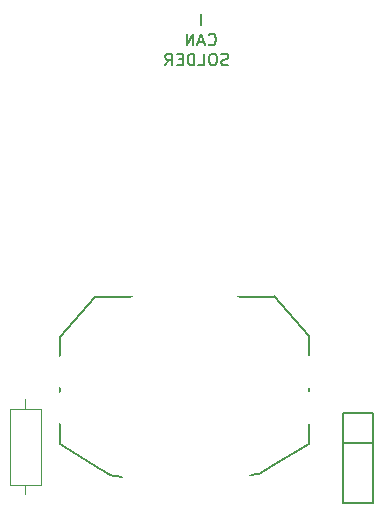
<source format=gbr>
G04 #@! TF.FileFunction,Legend,Bot*
%FSLAX46Y46*%
G04 Gerber Fmt 4.6, Leading zero omitted, Abs format (unit mm)*
G04 Created by KiCad (PCBNEW 4.0.7) date 09/19/18 15:31:54*
%MOMM*%
%LPD*%
G01*
G04 APERTURE LIST*
%ADD10C,0.100000*%
%ADD11C,0.187500*%
%ADD12C,0.150000*%
%ADD13C,0.120000*%
%ADD14C,0.010000*%
%ADD15C,2.686000*%
%ADD16C,18.180000*%
%ADD17R,2.200000X2.200000*%
%ADD18C,2.200000*%
%ADD19C,2.000000*%
%ADD20O,2.000000X2.000000*%
%ADD21R,1.797000X1.797000*%
%ADD22C,1.797000*%
%ADD23O,6.400000X6.400000*%
G04 APERTURE END LIST*
D10*
D11*
X91312952Y-90204881D02*
X91312952Y-89204881D01*
X91955809Y-91797143D02*
X92003428Y-91844762D01*
X92146285Y-91892381D01*
X92241523Y-91892381D01*
X92384381Y-91844762D01*
X92479619Y-91749524D01*
X92527238Y-91654286D01*
X92574857Y-91463810D01*
X92574857Y-91320952D01*
X92527238Y-91130476D01*
X92479619Y-91035238D01*
X92384381Y-90940000D01*
X92241523Y-90892381D01*
X92146285Y-90892381D01*
X92003428Y-90940000D01*
X91955809Y-90987619D01*
X91574857Y-91606667D02*
X91098666Y-91606667D01*
X91670095Y-91892381D02*
X91336762Y-90892381D01*
X91003428Y-91892381D01*
X90670095Y-91892381D02*
X90670095Y-90892381D01*
X90098666Y-91892381D01*
X90098666Y-90892381D01*
X93598667Y-93532262D02*
X93455810Y-93579881D01*
X93217714Y-93579881D01*
X93122476Y-93532262D01*
X93074857Y-93484643D01*
X93027238Y-93389405D01*
X93027238Y-93294167D01*
X93074857Y-93198929D01*
X93122476Y-93151310D01*
X93217714Y-93103690D01*
X93408191Y-93056071D01*
X93503429Y-93008452D01*
X93551048Y-92960833D01*
X93598667Y-92865595D01*
X93598667Y-92770357D01*
X93551048Y-92675119D01*
X93503429Y-92627500D01*
X93408191Y-92579881D01*
X93170095Y-92579881D01*
X93027238Y-92627500D01*
X92408191Y-92579881D02*
X92217714Y-92579881D01*
X92122476Y-92627500D01*
X92027238Y-92722738D01*
X91979619Y-92913214D01*
X91979619Y-93246548D01*
X92027238Y-93437024D01*
X92122476Y-93532262D01*
X92217714Y-93579881D01*
X92408191Y-93579881D01*
X92503429Y-93532262D01*
X92598667Y-93437024D01*
X92646286Y-93246548D01*
X92646286Y-92913214D01*
X92598667Y-92722738D01*
X92503429Y-92627500D01*
X92408191Y-92579881D01*
X91074857Y-93579881D02*
X91551048Y-93579881D01*
X91551048Y-92579881D01*
X90741524Y-93579881D02*
X90741524Y-92579881D01*
X90503429Y-92579881D01*
X90360571Y-92627500D01*
X90265333Y-92722738D01*
X90217714Y-92817976D01*
X90170095Y-93008452D01*
X90170095Y-93151310D01*
X90217714Y-93341786D01*
X90265333Y-93437024D01*
X90360571Y-93532262D01*
X90503429Y-93579881D01*
X90741524Y-93579881D01*
X89741524Y-93056071D02*
X89408190Y-93056071D01*
X89265333Y-93579881D02*
X89741524Y-93579881D01*
X89741524Y-92579881D01*
X89265333Y-92579881D01*
X88265333Y-93579881D02*
X88598667Y-93103690D01*
X88836762Y-93579881D02*
X88836762Y-92579881D01*
X88455809Y-92579881D01*
X88360571Y-92627500D01*
X88312952Y-92675119D01*
X88265333Y-92770357D01*
X88265333Y-92913214D01*
X88312952Y-93008452D01*
X88360571Y-93056071D01*
X88455809Y-93103690D01*
X88836762Y-93103690D01*
D12*
X97115500Y-127610500D02*
X100481000Y-125642000D01*
X82764500Y-127737500D02*
X79399000Y-125642000D01*
X97140900Y-127610500D02*
G75*
G02X93457900Y-127483500I-1778000J1905000D01*
G01*
X86434800Y-127610500D02*
G75*
G02X82751800Y-127737500I-1905000J1778000D01*
G01*
X86384000Y-127610500D02*
G75*
G02X93496000Y-127483500I3619500J-3492500D01*
G01*
X82320000Y-113196000D02*
X79399000Y-116561500D01*
X100481000Y-116498000D02*
X97496500Y-113132500D01*
X97560000Y-113196000D02*
X82320000Y-113196000D01*
X100481000Y-125642000D02*
X100481000Y-116498000D01*
X79399000Y-125642000D02*
X79399000Y-116498000D01*
D13*
X75120000Y-122680000D02*
X77740000Y-122680000D01*
X77740000Y-122680000D02*
X77740000Y-129100000D01*
X77740000Y-129100000D02*
X75120000Y-129100000D01*
X75120000Y-129100000D02*
X75120000Y-122680000D01*
X76430000Y-121790000D02*
X76430000Y-122680000D01*
X76430000Y-129990000D02*
X76430000Y-129100000D01*
D12*
X105870000Y-123000000D02*
X103330000Y-123000000D01*
X103330000Y-123000000D02*
X103330000Y-130620000D01*
X103330000Y-130620000D02*
X105870000Y-130620000D01*
X105870000Y-130620000D02*
X105870000Y-123000000D01*
X103330000Y-125540000D02*
X105870000Y-125540000D01*
%LPC*%
D14*
G36*
X79328152Y-88142863D02*
X78991313Y-88263870D01*
X78673844Y-88378339D01*
X78406235Y-88475248D01*
X78218974Y-88543576D01*
X78184375Y-88556350D01*
X77914501Y-88656503D01*
X77914500Y-90207001D01*
X77914500Y-91757500D01*
X82613500Y-91757500D01*
X82613500Y-88963500D01*
X82169000Y-88963500D01*
X82169000Y-91376500D01*
X78295500Y-91376500D01*
X78295500Y-88963500D01*
X82169000Y-88963500D01*
X82613500Y-88963500D01*
X82613500Y-88663805D01*
X81407777Y-88246667D01*
X80202053Y-87829529D01*
X79328152Y-88142863D01*
X79328152Y-88142863D01*
G37*
X79328152Y-88142863D02*
X78991313Y-88263870D01*
X78673844Y-88378339D01*
X78406235Y-88475248D01*
X78218974Y-88543576D01*
X78184375Y-88556350D01*
X77914501Y-88656503D01*
X77914500Y-90207001D01*
X77914500Y-91757500D01*
X82613500Y-91757500D01*
X82613500Y-88963500D01*
X82169000Y-88963500D01*
X82169000Y-91376500D01*
X78295500Y-91376500D01*
X78295500Y-88963500D01*
X82169000Y-88963500D01*
X82613500Y-88963500D01*
X82613500Y-88663805D01*
X81407777Y-88246667D01*
X80202053Y-87829529D01*
X79328152Y-88142863D01*
G36*
X77216000Y-88155129D02*
X77216000Y-88527564D01*
X77218665Y-88735474D01*
X77236982Y-88846659D01*
X77286439Y-88891397D01*
X77382521Y-88899963D01*
X77406500Y-88900000D01*
X77535872Y-88886994D01*
X77587873Y-88821998D01*
X77597000Y-88684543D01*
X77594682Y-88612166D01*
X77597084Y-88555360D01*
X77618246Y-88507112D01*
X77672206Y-88460407D01*
X77773002Y-88408230D01*
X77934673Y-88343568D01*
X78171257Y-88259405D01*
X78496793Y-88148728D01*
X78925319Y-88004522D01*
X79025750Y-87970658D01*
X80232250Y-87563510D01*
X81549875Y-88017367D01*
X82867500Y-88471223D01*
X82867500Y-88717361D01*
X82874803Y-88876663D01*
X82919396Y-88946189D01*
X83035310Y-88963118D01*
X83092781Y-88963500D01*
X83318060Y-88963500D01*
X83299156Y-88574769D01*
X83280250Y-88186039D01*
X80237658Y-87124337D01*
X77216000Y-88155129D01*
X77216000Y-88155129D01*
G37*
X77216000Y-88155129D02*
X77216000Y-88527564D01*
X77218665Y-88735474D01*
X77236982Y-88846659D01*
X77286439Y-88891397D01*
X77382521Y-88899963D01*
X77406500Y-88900000D01*
X77535872Y-88886994D01*
X77587873Y-88821998D01*
X77597000Y-88684543D01*
X77594682Y-88612166D01*
X77597084Y-88555360D01*
X77618246Y-88507112D01*
X77672206Y-88460407D01*
X77773002Y-88408230D01*
X77934673Y-88343568D01*
X78171257Y-88259405D01*
X78496793Y-88148728D01*
X78925319Y-88004522D01*
X79025750Y-87970658D01*
X80232250Y-87563510D01*
X81549875Y-88017367D01*
X82867500Y-88471223D01*
X82867500Y-88717361D01*
X82874803Y-88876663D01*
X82919396Y-88946189D01*
X83035310Y-88963118D01*
X83092781Y-88963500D01*
X83318060Y-88963500D01*
X83299156Y-88574769D01*
X83280250Y-88186039D01*
X80237658Y-87124337D01*
X77216000Y-88155129D01*
G36*
X78422500Y-91249500D02*
X82042000Y-91249500D01*
X82042000Y-90932000D01*
X78422500Y-90932000D01*
X78422500Y-91249500D01*
X78422500Y-91249500D01*
G37*
X78422500Y-91249500D02*
X82042000Y-91249500D01*
X82042000Y-90932000D01*
X78422500Y-90932000D01*
X78422500Y-91249500D01*
G36*
X78422500Y-90805000D02*
X82042000Y-90805000D01*
X82042000Y-90487500D01*
X78422500Y-90487500D01*
X78422500Y-90805000D01*
X78422500Y-90805000D01*
G37*
X78422500Y-90805000D02*
X82042000Y-90805000D01*
X82042000Y-90487500D01*
X78422500Y-90487500D01*
X78422500Y-90805000D01*
G36*
X78422500Y-90360500D02*
X82042000Y-90360500D01*
X82042000Y-90043000D01*
X78422500Y-90043000D01*
X78422500Y-90360500D01*
X78422500Y-90360500D01*
G37*
X78422500Y-90360500D02*
X82042000Y-90360500D01*
X82042000Y-90043000D01*
X78422500Y-90043000D01*
X78422500Y-90360500D01*
G36*
X78422500Y-89852500D02*
X82042000Y-89852500D01*
X82042000Y-89535000D01*
X78422500Y-89535000D01*
X78422500Y-89852500D01*
X78422500Y-89852500D01*
G37*
X78422500Y-89852500D02*
X82042000Y-89852500D01*
X82042000Y-89535000D01*
X78422500Y-89535000D01*
X78422500Y-89852500D01*
G36*
X78422500Y-89408000D02*
X82042000Y-89408000D01*
X82042000Y-89090500D01*
X78422500Y-89090500D01*
X78422500Y-89408000D01*
X78422500Y-89408000D01*
G37*
X78422500Y-89408000D02*
X82042000Y-89408000D01*
X82042000Y-89090500D01*
X78422500Y-89090500D01*
X78422500Y-89408000D01*
D15*
X100354000Y-122594000D03*
X79526000Y-122594000D03*
X100354000Y-119546000D03*
X79526000Y-119546000D03*
D16*
X89940000Y-121070000D03*
D17*
X84630000Y-95860000D03*
D18*
X84630000Y-98400000D03*
D17*
X94550000Y-97120000D03*
D18*
X94550000Y-99660000D03*
D19*
X76430000Y-120810000D03*
D20*
X76430000Y-130970000D03*
D21*
X104600000Y-124270000D03*
D22*
X104600000Y-126810000D03*
X104600000Y-129350000D03*
D23*
X88110000Y-103760000D03*
M02*

</source>
